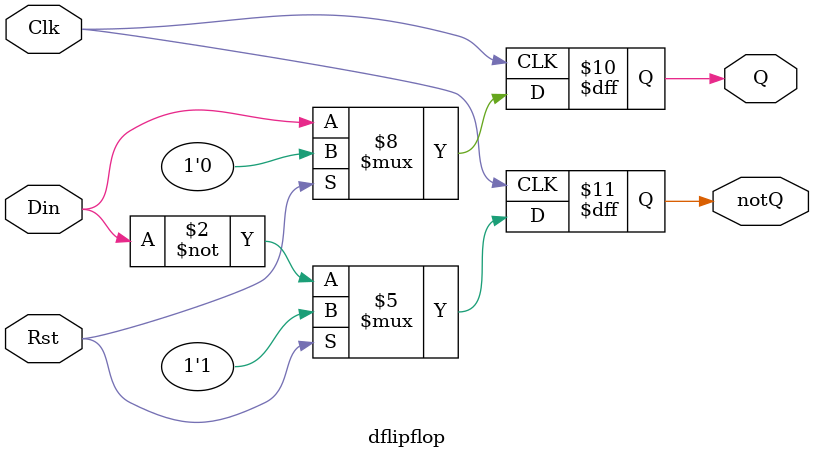
<source format=v>
module dflipflop(
    input Din, Clk, Rst,
    output reg Q, notQ
    );
        initial begin
            Q = 1'b0;
            notQ = 1'b1;
        end
    always @(posedge Clk)
    begin
        if (Rst) begin
            Q     <= 1'b0;
            notQ  <= 1'b1;
        end
        else begin
            Q     <= Din;
            notQ  <= ~Din;
        end
    end
endmodule

</source>
